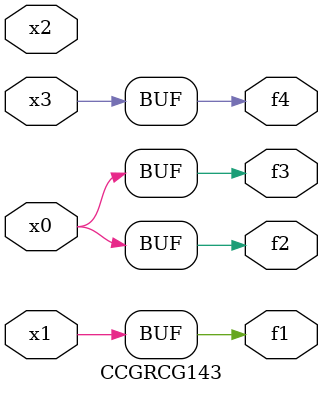
<source format=v>
module CCGRCG143(
	input x0, x1, x2, x3,
	output f1, f2, f3, f4
);
	assign f1 = x1;
	assign f2 = x0;
	assign f3 = x0;
	assign f4 = x3;
endmodule

</source>
